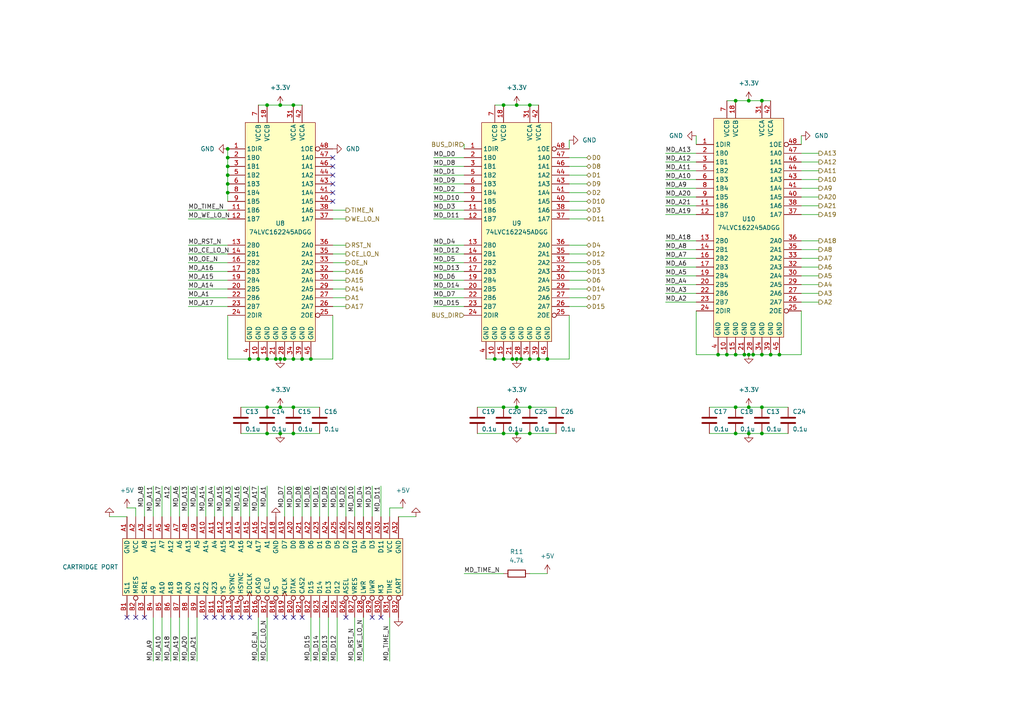
<source format=kicad_sch>
(kicad_sch (version 20211123) (generator eeschema)
  (paper "A4")
  (title_block (title "Open-ED") (date "2023-12-29") (rev "B") (company "(c)2023 Igor Golubovskiy"))
  (lib_symbols
    (symbol "74LVC162245ADGG_1"
      (property "Reference" "U" (at 0 1.27 0))
      (property "Value" "74LVC162245ADGG_1" (at 0 -31.75 0))
      (symbol "74LVC162245ADGG_1_0_1"
        (rectangle (start -10.16 0) (end 10.16 -63.5) (fill (type background)))
      )
      (symbol "74LVC162245ADGG_1_1_1"
        (pin input line (at -15.24 -7.62 0) (length 5) (name "1DIR") (number "1"))
        (pin power_in line (at -6.35 -68.58 90) (length 5) (name "GND") (number "10"))
        (pin bidirectional line (at -15.24 -25.4 0) (length 5) (name "1B6") (number "11"))
        (pin bidirectional line (at -15.24 -27.94 0) (length 5) (name "1B7") (number "12"))
        (pin bidirectional line (at -15.24 -35.56 0) (length 5) (name "2B0") (number "13"))
        (pin bidirectional line (at -15.24 -38.1 0) (length 5) (name "2B1") (number "14"))
        (pin power_in line (at -3.81 -68.58 90) (length 5) (name "GND") (number "15"))
        (pin bidirectional line (at -15.24 -40.64 0) (length 5) (name "2B2") (number "16"))
        (pin bidirectional line (at -15.24 -43.18 0) (length 5) (name "2B3") (number "17"))
        (pin power_in line (at -3.81 5.08 270) (length 5) (name "VCCB") (number "18"))
        (pin bidirectional line (at -15.24 -45.72 0) (length 5) (name "2B4") (number "19"))
        (pin bidirectional line (at -15.24 -10.16 0) (length 5) (name "1B0") (number "2"))
        (pin bidirectional line (at -15.24 -48.26 0) (length 5) (name "2B5") (number "20"))
        (pin power_in line (at -1.27 -68.58 90) (length 5) (name "GND") (number "21"))
        (pin bidirectional line (at -15.24 -50.8 0) (length 5) (name "2B6") (number "22"))
        (pin bidirectional line (at -15.24 -53.34 0) (length 5) (name "2B7") (number "23"))
        (pin input line (at -15.24 -55.88 0) (length 5) (name "2DIR") (number "24"))
        (pin input inverted (at 15.24 -55.88 180) (length 5) (name "2OE") (number "25"))
        (pin bidirectional line (at 15.24 -53.34 180) (length 5) (name "2A7") (number "26"))
        (pin bidirectional line (at 15.24 -50.8 180) (length 5) (name "2A6") (number "27"))
        (pin power_in line (at 1.27 -68.58 90) (length 5) (name "GND") (number "28"))
        (pin bidirectional line (at 15.24 -48.26 180) (length 5) (name "2A5") (number "29"))
        (pin bidirectional line (at -15.24 -12.7 0) (length 5) (name "1B1") (number "3"))
        (pin bidirectional line (at 15.24 -45.72 180) (length 5) (name "2A4") (number "30"))
        (pin power_in line (at 3.81 5.08 270) (length 5) (name "VCCA") (number "31"))
        (pin bidirectional line (at 15.24 -43.18 180) (length 5) (name "2A3") (number "32"))
        (pin bidirectional line (at 15.24 -40.64 180) (length 5) (name "2A2") (number "33"))
        (pin power_in line (at 3.81 -68.58 90) (length 5) (name "GND") (number "34"))
        (pin bidirectional line (at 15.24 -38.1 180) (length 5) (name "2A1") (number "35"))
        (pin bidirectional line (at 15.24 -35.56 180) (length 5) (name "2A0") (number "36"))
        (pin bidirectional line (at 15.24 -27.94 180) (length 5) (name "1A7") (number "37"))
        (pin bidirectional line (at 15.24 -25.4 180) (length 5) (name "1A6") (number "38"))
        (pin power_in line (at 6.35 -68.58 90) (length 5) (name "GND") (number "39"))
        (pin power_in line (at -8.89 -68.58 90) (length 5) (name "GND") (number "4"))
        (pin bidirectional line (at 15.24 -22.86 180) (length 5) (name "1A5") (number "40"))
        (pin bidirectional line (at 15.24 -20.32 180) (length 5) (name "1A4") (number "41"))
        (pin power_in line (at 6.35 5.08 270) (length 5) (name "VCCA") (number "42"))
        (pin bidirectional line (at 15.24 -17.78 180) (length 5) (name "1A3") (number "43"))
        (pin bidirectional line (at 15.24 -15.24 180) (length 5) (name "1A2") (number "44"))
        (pin power_in line (at 8.89 -68.58 90) (length 5) (name "GND") (number "45"))
        (pin bidirectional line (at 15.24 -12.7 180) (length 5) (name "1A1") (number "46"))
        (pin bidirectional line (at 15.24 -10.16 180) (length 5) (name "1A0") (number "47"))
        (pin input inverted (at 15.24 -7.62 180) (length 5) (name "1OE") (number "48"))
        (pin bidirectional line (at -15.24 -15.24 0) (length 5) (name "1B2") (number "5"))
        (pin bidirectional line (at -15.24 -17.78 0) (length 5) (name "1B3") (number "6"))
        (pin power_in line (at -6.35 5.08 270) (length 5) (name "VCCB") (number "7"))
        (pin bidirectional line (at -15.24 -20.32 0) (length 5) (name "1B4") (number "8"))
        (pin bidirectional line (at -15.24 -22.86 0) (length 5) (name "1B5") (number "9"))
      )
    )
    (symbol "74LVC162245ADGG_2"
      (property "Reference" "U" (at 0 1.27 0))
      (property "Value" "74LVC162245ADGG_2" (at 0 -31.75 0))
      (symbol "74LVC162245ADGG_2_0_1"
        (rectangle (start -10.16 0) (end 10.16 -63.5) (fill (type background)))
      )
      (symbol "74LVC162245ADGG_2_1_1"
        (pin input line (at -15.24 -7.62 0) (length 5) (name "1DIR") (number "1"))
        (pin power_in line (at -6.35 -68.58 90) (length 5) (name "GND") (number "10"))
        (pin bidirectional line (at -15.24 -25.4 0) (length 5) (name "1B6") (number "11"))
        (pin bidirectional line (at -15.24 -27.94 0) (length 5) (name "1B7") (number "12"))
        (pin bidirectional line (at -15.24 -35.56 0) (length 5) (name "2B0") (number "13"))
        (pin bidirectional line (at -15.24 -38.1 0) (length 5) (name "2B1") (number "14"))
        (pin power_in line (at -3.81 -68.58 90) (length 5) (name "GND") (number "15"))
        (pin bidirectional line (at -15.24 -40.64 0) (length 5) (name "2B2") (number "16"))
        (pin bidirectional line (at -15.24 -43.18 0) (length 5) (name "2B3") (number "17"))
        (pin power_in line (at -3.81 5.08 270) (length 5) (name "VCCB") (number "18"))
        (pin bidirectional line (at -15.24 -45.72 0) (length 5) (name "2B4") (number "19"))
        (pin bidirectional line (at -15.24 -10.16 0) (length 5) (name "1B0") (number "2"))
        (pin bidirectional line (at -15.24 -48.26 0) (length 5) (name "2B5") (number "20"))
        (pin power_in line (at -1.27 -68.58 90) (length 5) (name "GND") (number "21"))
        (pin bidirectional line (at -15.24 -50.8 0) (length 5) (name "2B6") (number "22"))
        (pin bidirectional line (at -15.24 -53.34 0) (length 5) (name "2B7") (number "23"))
        (pin input line (at -15.24 -55.88 0) (length 5) (name "2DIR") (number "24"))
        (pin input inverted (at 15.24 -55.88 180) (length 5) (name "2OE") (number "25"))
        (pin bidirectional line (at 15.24 -53.34 180) (length 5) (name "2A7") (number "26"))
        (pin bidirectional line (at 15.24 -50.8 180) (length 5) (name "2A6") (number "27"))
        (pin power_in line (at 1.27 -68.58 90) (length 5) (name "GND") (number "28"))
        (pin bidirectional line (at 15.24 -48.26 180) (length 5) (name "2A5") (number "29"))
        (pin bidirectional line (at -15.24 -12.7 0) (length 5) (name "1B1") (number "3"))
        (pin bidirectional line (at 15.24 -45.72 180) (length 5) (name "2A4") (number "30"))
        (pin power_in line (at 3.81 5.08 270) (length 5) (name "VCCA") (number "31"))
        (pin bidirectional line (at 15.24 -43.18 180) (length 5) (name "2A3") (number "32"))
        (pin bidirectional line (at 15.24 -40.64 180) (length 5) (name "2A2") (number "33"))
        (pin power_in line (at 3.81 -68.58 90) (length 5) (name "GND") (number "34"))
        (pin bidirectional line (at 15.24 -38.1 180) (length 5) (name "2A1") (number "35"))
        (pin bidirectional line (at 15.24 -35.56 180) (length 5) (name "2A0") (number "36"))
        (pin bidirectional line (at 15.24 -27.94 180) (length 5) (name "1A7") (number "37"))
        (pin bidirectional line (at 15.24 -25.4 180) (length 5) (name "1A6") (number "38"))
        (pin power_in line (at 6.35 -68.58 90) (length 5) (name "GND") (number "39"))
        (pin power_in line (at -8.89 -68.58 90) (length 5) (name "GND") (number "4"))
        (pin bidirectional line (at 15.24 -22.86 180) (length 5) (name "1A5") (number "40"))
        (pin bidirectional line (at 15.24 -20.32 180) (length 5) (name "1A4") (number "41"))
        (pin power_in line (at 6.35 5.08 270) (length 5) (name "VCCA") (number "42"))
        (pin bidirectional line (at 15.24 -17.78 180) (length 5) (name "1A3") (number "43"))
        (pin bidirectional line (at 15.24 -15.24 180) (length 5) (name "1A2") (number "44"))
        (pin power_in line (at 8.89 -68.58 90) (length 5) (name "GND") (number "45"))
        (pin bidirectional line (at 15.24 -12.7 180) (length 5) (name "1A1") (number "46"))
        (pin bidirectional line (at 15.24 -10.16 180) (length 5) (name "1A0") (number "47"))
        (pin input inverted (at 15.24 -7.62 180) (length 5) (name "1OE") (number "48"))
        (pin bidirectional line (at -15.24 -15.24 0) (length 5) (name "1B2") (number "5"))
        (pin bidirectional line (at -15.24 -17.78 0) (length 5) (name "1B3") (number "6"))
        (pin power_in line (at -6.35 5.08 270) (length 5) (name "VCCB") (number "7"))
        (pin bidirectional line (at -15.24 -20.32 0) (length 5) (name "1B4") (number "8"))
        (pin bidirectional line (at -15.24 -22.86 0) (length 5) (name "1B5") (number "9"))
      )
    )
    (symbol "Device:C" (pin_numbers hide) (pin_names (offset 0.254))
      (property "Reference" "C" (at 0.635 2.54 0))
      (property "Value" "C" (at 0.635 -2.54 0))
      (symbol "C_0_1"
        (polyline (pts (xy -2.032 -0.762) (xy 2.032 -0.762)) (stroke (width 0.508)))
        (polyline (pts (xy -2.032 0.762) (xy 2.032 0.762)) (stroke (width 0.508)))
      )
      (symbol "C_1_1"
        (pin passive line (at 0 3.81 270) (length 2.794) (name "~") (number "1"))
        (pin passive line (at 0 -3.81 90) (length 2.794) (name "~") (number "2"))
      )
    )
    (symbol "Device:R" (pin_numbers hide) (pin_names (offset 0))
      (property "Reference" "R" (at 2.032 0 90))
      (property "Value" "R" (at 0 0 90))
      (symbol "R_0_1"
        (rectangle (start -1.016 -2.54) (end 1.016 2.54) (stroke (width 0.254)))
      )
      (symbol "R_1_1"
        (pin passive line (at 0 3.81 270) (length 1.27) (name "~") (number "1"))
        (pin passive line (at 0 -3.81 90) (length 1.27) (name "~") (number "2"))
      )
    )
    (symbol "mylib:74LVC162245ADGG"
      (property "Reference" "U" (at 0 1.27 0))
      (property "Value" "74LVC162245ADGG" (at 0 -31.75 0))
      (symbol "74LVC162245ADGG_0_1"
        (rectangle (start -10.16 0) (end 10.16 -63.5) (fill (type background)))
      )
      (symbol "74LVC162245ADGG_1_1"
        (pin input line (at -15.24 -7.62 0) (length 5) (name "1DIR") (number "1"))
        (pin power_in line (at -6.35 -68.58 90) (length 5) (name "GND") (number "10"))
        (pin bidirectional line (at -15.24 -25.4 0) (length 5) (name "1B6") (number "11"))
        (pin bidirectional line (at -15.24 -27.94 0) (length 5) (name "1B7") (number "12"))
        (pin bidirectional line (at -15.24 -35.56 0) (length 5) (name "2B0") (number "13"))
        (pin bidirectional line (at -15.24 -38.1 0) (length 5) (name "2B1") (number "14"))
        (pin power_in line (at -3.81 -68.58 90) (length 5) (name "GND") (number "15"))
        (pin bidirectional line (at -15.24 -40.64 0) (length 5) (name "2B2") (number "16"))
        (pin bidirectional line (at -15.24 -43.18 0) (length 5) (name "2B3") (number "17"))
        (pin power_in line (at -3.81 5.08 270) (length 5) (name "VCCB") (number "18"))
        (pin bidirectional line (at -15.24 -45.72 0) (length 5) (name "2B4") (number "19"))
        (pin bidirectional line (at -15.24 -10.16 0) (length 5) (name "1B0") (number "2"))
        (pin bidirectional line (at -15.24 -48.26 0) (length 5) (name "2B5") (number "20"))
        (pin power_in line (at -1.27 -68.58 90) (length 5) (name "GND") (number "21"))
        (pin bidirectional line (at -15.24 -50.8 0) (length 5) (name "2B6") (number "22"))
        (pin bidirectional line (at -15.24 -53.34 0) (length 5) (name "2B7") (number "23"))
        (pin input line (at -15.24 -55.88 0) (length 5) (name "2DIR") (number "24"))
        (pin input inverted (at 15.24 -55.88 180) (length 5) (name "2OE") (number "25"))
        (pin bidirectional line (at 15.24 -53.34 180) (length 5) (name "2A7") (number "26"))
        (pin bidirectional line (at 15.24 -50.8 180) (length 5) (name "2A6") (number "27"))
        (pin power_in line (at 1.27 -68.58 90) (length 5) (name "GND") (number "28"))
        (pin bidirectional line (at 15.24 -48.26 180) (length 5) (name "2A5") (number "29"))
        (pin bidirectional line (at -15.24 -12.7 0) (length 5) (name "1B1") (number "3"))
        (pin bidirectional line (at 15.24 -45.72 180) (length 5) (name "2A4") (number "30"))
        (pin power_in line (at 3.81 5.08 270) (length 5) (name "VCCA") (number "31"))
        (pin bidirectional line (at 15.24 -43.18 180) (length 5) (name "2A3") (number "32"))
        (pin bidirectional line (at 15.24 -40.64 180) (length 5) (name "2A2") (number "33"))
        (pin power_in line (at 3.81 -68.58 90) (length 5) (name "GND") (number "34"))
        (pin bidirectional line (at 15.24 -38.1 180) (length 5) (name "2A1") (number "35"))
        (pin bidirectional line (at 15.24 -35.56 180) (length 5) (name "2A0") (number "36"))
        (pin bidirectional line (at 15.24 -27.94 180) (length 5) (name "1A7") (number "37"))
        (pin bidirectional line (at 15.24 -25.4 180) (length 5) (name "1A6") (number "38"))
        (pin power_in line (at 6.35 -68.58 90) (length 5) (name "GND") (number "39"))
        (pin power_in line (at -8.89 -68.58 90) (length 5) (name "GND") (number "4"))
        (pin bidirectional line (at 15.24 -22.86 180) (length 5) (name "1A5") (number "40"))
        (pin bidirectional line (at 15.24 -20.32 180) (length 5) (name "1A4") (number "41"))
        (pin power_in line (at 6.35 5.08 270) (length 5) (name "VCCA") (number "42"))
        (pin bidirectional line (at 15.24 -17.78 180) (length 5) (name "1A3") (number "43"))
        (pin bidirectional line (at 15.24 -15.24 180) (length 5) (name "1A2") (number "44"))
        (pin power_in line (at 8.89 -68.58 90) (length 5) (name "GND") (number "45"))
        (pin bidirectional line (at 15.24 -12.7 180) (length 5) (name "1A1") (number "46"))
        (pin bidirectional line (at 15.24 -10.16 180) (length 5) (name "1A0") (number "47"))
        (pin input inverted (at 15.24 -7.62 180) (length 5) (name "1OE") (number "48"))
        (pin bidirectional line (at -15.24 -15.24 0) (length 5) (name "1B2") (number "5"))
        (pin bidirectional line (at -15.24 -17.78 0) (length 5) (name "1B3") (number "6"))
        (pin power_in line (at -6.35 5.08 270) (length 5) (name "VCCB") (number "7"))
        (pin bidirectional line (at -15.24 -20.32 0) (length 5) (name "1B4") (number "8"))
        (pin bidirectional line (at -15.24 -22.86 0) (length 5) (name "1B5") (number "9"))
      )
    )
    (symbol "mylib:MD_BUS"
      (property "Reference" "J" (at -44.45 0 0))
      (property "Value" "MD_BUS" (at 0 1.27 0))
      (symbol "MD_BUS_0_1"
        (rectangle (start 40.64 8.89) (end -40.64 -7.62) (fill (type background)))
      )
      (symbol "MD_BUS_1_1"
        (pin power_out line (at -39.37 15.24 270) (length 6.25) (name "GND") (number "A1"))
        (pin output line (at -16.51 15.24 270) (length 6.25) (name "A14") (number "A10"))
        (pin output line (at -13.97 15.24 270) (length 6.25) (name "A4") (number "A11"))
        (pin output line (at -11.43 15.24 270) (length 6.25) (name "A15") (number "A12"))
        (pin output line (at -8.89 15.24 270) (length 6.25) (name "A3") (number "A13"))
        (pin output line (at -6.35 15.24 270) (length 6.25) (name "A16") (number "A14"))
        (pin output line (at -3.81 15.24 270) (length 6.25) (name "A2") (number "A15"))
        (pin output line (at -1.27 15.24 270) (length 6.25) (name "A17") (number "A16"))
        (pin output line (at 1.27 15.24 270) (length 6.25) (name "A1") (number "A17"))
        (pin power_out line (at 3.81 15.24 270) (length 6.25) (name "GND") (number "A18"))
        (pin bidirectional line (at 6.35 15.24 270) (length 6.25) (name "D7") (number "A19"))
        (pin power_out line (at -36.83 15.24 270) (length 6.25) (name "VCC") (number "A2"))
        (pin bidirectional line (at 8.89 15.24 270) (length 6.25) (name "D0") (number "A20"))
        (pin bidirectional line (at 11.43 15.24 270) (length 6.25) (name "D8") (number "A21"))
        (pin bidirectional line (at 13.97 15.24 270) (length 6.25) (name "D6") (number "A22"))
        (pin bidirectional line (at 16.51 15.24 270) (length 6.25) (name "D1") (number "A23"))
        (pin bidirectional line (at 19.05 15.24 270) (length 6.25) (name "D9") (number "A24"))
        (pin bidirectional line (at 21.59 15.24 270) (length 6.25) (name "D5") (number "A25"))
        (pin bidirectional line (at 24.13 15.24 270) (length 6.25) (name "D2") (number "A26"))
        (pin bidirectional line (at 26.67 15.24 270) (length 6.25) (name "D10") (number "A27"))
        (pin bidirectional line (at 29.21 15.24 270) (length 6.25) (name "D4") (number "A28"))
        (pin bidirectional line (at 31.75 15.24 270) (length 6.25) (name "D3") (number "A29"))
        (pin output line (at -34.29 15.24 270) (length 6.25) (name "A8") (number "A3"))
        (pin bidirectional line (at 34.29 15.24 270) (length 6.25) (name "D11") (number "A30"))
        (pin power_out line (at 36.83 15.24 270) (length 6.25) (name "VCC") (number "A31"))
        (pin power_out line (at 39.37 15.24 270) (length 6.25) (name "GND") (number "A32"))
        (pin output line (at -31.75 15.24 270) (length 6.25) (name "A11") (number "A4"))
        (pin output line (at -29.21 15.24 270) (length 6.25) (name "A7") (number "A5"))
        (pin output line (at -26.67 15.24 270) (length 6.25) (name "A12") (number "A6"))
        (pin output line (at -24.13 15.24 270) (length 6.25) (name "A6") (number "A7"))
        (pin output line (at -21.59 15.24 270) (length 6.25) (name "A13") (number "A8"))
        (pin output line (at -19.05 15.24 270) (length 6.25) (name "A5") (number "A9"))
        (pin input line (at -39.37 -13.97 90) (length 6.25) (name "SL1") (number "B1"))
        (pin output line (at -16.51 -13.97 90) (length 6.25) (name "A22") (number "B10"))
        (pin output line (at -13.97 -13.97 90) (length 6.25) (name "A23") (number "B11"))
        (pin output inverted (at -11.43 -13.97 90) (length 6.25) (name "YS") (number "B12"))
        (pin output inverted (at -8.89 -13.97 90) (length 6.25) (name "VSYNC") (number "B13"))
        (pin output inverted (at -6.35 -13.97 90) (length 6.25) (name "HSYNC") (number "B14"))
        (pin output clock (at -3.81 -13.97 90) (length 6.25) (name "EDCLK") (number "B15"))
        (pin output inverted (at -1.27 -13.97 90) (length 6.25) (name "CAS0") (number "B16"))
        (pin output inverted (at 1.27 -13.97 90) (length 6.25) (name "CE_0") (number "B17"))
        (pin output inverted (at 3.81 -13.97 90) (length 6.25) (name "AS") (number "B18"))
        (pin output clock (at 6.35 -13.97 90) (length 6.25) (name "VCLK") (number "B19"))
        (pin input inverted (at -36.83 -13.97 90) (length 6.25) (name "MRES") (number "B2"))
        (pin input inverted (at 8.89 -13.97 90) (length 6.25) (name "DTAK") (number "B20"))
        (pin output inverted (at 11.43 -13.97 90) (length 6.25) (name "CAS2") (number "B21"))
        (pin bidirectional line (at 13.97 -13.97 90) (length 6.25) (name "D15") (number "B22"))
        (pin bidirectional line (at 16.51 -13.97 90) (length 6.25) (name "D14") (number "B23"))
        (pin bidirectional line (at 19.05 -13.97 90) (length 6.25) (name "D13") (number "B24"))
        (pin bidirectional line (at 21.59 -13.97 90) (length 6.25) (name "D12") (number "B25"))
        (pin output inverted (at 24.13 -13.97 90) (length 6.25) (name "ASEL") (number "B26"))
        (pin bidirectional inverted (at 26.67 -13.97 90) (length 6.25) (name "VRES") (number "B27"))
        (pin output inverted (at 29.21 -13.97 90) (length 6.25) (name "LWR") (number "B28"))
        (pin output inverted (at 31.75 -13.97 90) (length 6.25) (name "UWR") (number "B29"))
        (pin input line (at -34.29 -13.97 90) (length 6.25) (name "SR1") (number "B3"))
        (pin input inverted (at 34.29 -13.97 90) (length 6.25) (name "M3") (number "B30"))
        (pin output inverted (at 36.83 -13.97 90) (length 6.25) (name "TIME") (number "B31"))
        (pin input inverted (at 39.37 -13.97 90) (length 6.25) (name "CART") (number "B32"))
        (pin output line (at -31.75 -13.97 90) (length 6.25) (name "A9") (number "B4"))
        (pin output line (at -29.21 -13.97 90) (length 6.25) (name "A10") (number "B5"))
        (pin output line (at -26.67 -13.97 90) (length 6.25) (name "A18") (number "B6"))
        (pin output line (at -24.13 -13.97 90) (length 6.25) (name "A19") (number "B7"))
        (pin output line (at -21.59 -13.97 90) (length 6.25) (name "A20") (number "B8"))
        (pin output line (at -19.05 -13.97 90) (length 6.25) (name "A21") (number "B9"))
      )
    )
    (symbol "power:+3.3V" (power) (pin_names (offset 0))
      (property "Value" "+3.3V" (at 0 3.556 0))
      (symbol "+3.3V_0_1"
        (polyline (pts (xy -0.762 1.27) (xy 0 2.54)))
        (polyline (pts (xy 0 0) (xy 0 2.54)))
        (polyline (pts (xy 0 2.54) (xy 0.762 1.27)))
      )
      (symbol "+3.3V_1_1"
        (pin power_in line (at 0 0 90) (length 0) hide (name "+3.3V") (number "1"))
      )
    )
    (symbol "power:+5V" (power) (pin_names (offset 0))
      (property "Value" "+5V" (at 0 3.556 0))
      (symbol "+5V_0_1"
        (polyline (pts (xy -0.762 1.27) (xy 0 2.54)))
        (polyline (pts (xy 0 0) (xy 0 2.54)))
        (polyline (pts (xy 0 2.54) (xy 0.762 1.27)))
      )
      (symbol "+5V_1_1"
        (pin power_in line (at 0 0 90) (length 0) hide (name "+5V") (number "1"))
      )
    )
    (symbol "power:GND" (power) (pin_names (offset 0))
      (property "Value" "GND" (at 0 -3.81 0))
      (symbol "GND_0_1"
        (polyline (pts (xy 0 0) (xy 0 -1.27) (xy 1.27 -1.27) (xy 0 -2.54) (xy -1.27 -1.27) (xy 0 -1.27)))
      )
      (symbol "GND_1_1"
        (pin power_in line (at 0 0 270) (length 0) hide (name "GND") (number "1"))
      )
    )
  )
  (junction (at 77.47 125.73))
  (junction (at 213.36 29.21))
  (junction (at 213.36 125.73))
  (junction (at 153.67 125.73))
  (junction (at 215.9 102.87))
  (junction (at 156.21 104.14))
  (junction (at 81.28 30.48))
  (junction (at 146.05 118.11))
  (junction (at 149.86 118.11))
  (junction (at 217.17 29.21))
  (junction (at 218.44 102.87))
  (junction (at 210.82 102.87))
  (junction (at 217.17 118.11))
  (junction (at 77.47 118.11))
  (junction (at 66.04 50.8))
  (junction (at 80.01 104.14))
  (junction (at 82.55 104.14))
  (junction (at 153.67 104.14))
  (junction (at 77.47 30.48))
  (junction (at 66.04 53.34))
  (junction (at 81.28 118.11))
  (junction (at 153.67 118.11))
  (junction (at 85.09 30.48))
  (junction (at 220.98 125.73))
  (junction (at 220.98 118.11))
  (junction (at 149.86 30.48))
  (junction (at 146.05 125.73))
  (junction (at 217.17 102.87))
  (junction (at 213.36 118.11))
  (junction (at 74.93 104.14))
  (junction (at 158.75 104.14))
  (junction (at 66.04 48.26))
  (junction (at 143.51 104.14))
  (junction (at 81.28 125.73))
  (junction (at 77.47 104.14))
  (junction (at 217.17 125.73))
  (junction (at 87.63 104.14))
  (junction (at 90.17 104.14))
  (junction (at 151.13 104.14))
  (junction (at 146.05 104.14))
  (junction (at 220.98 29.21))
  (junction (at 213.36 102.87))
  (junction (at 149.86 104.14))
  (junction (at 220.98 102.87))
  (junction (at 66.04 45.72))
  (junction (at 223.52 102.87))
  (junction (at 66.04 43.18))
  (junction (at 85.09 118.11))
  (junction (at 149.86 125.73))
  (junction (at 148.59 104.14))
  (junction (at 153.67 30.48))
  (junction (at 85.09 104.14))
  (junction (at 85.09 125.73))
  (junction (at 81.28 104.14))
  (junction (at 208.28 102.87))
  (junction (at 66.04 55.88))
  (junction (at 226.06 102.87))
  (junction (at 146.05 30.48))
  (junction (at 72.39 104.14))
  (no_connect (at 62.23 179.07))
  (no_connect (at 107.95 179.07))
  (no_connect (at 72.39 179.07))
  (no_connect (at 96.52 55.88))
  (no_connect (at 59.69 179.07))
  (no_connect (at 85.09 179.07))
  (no_connect (at 64.77 179.07))
  (no_connect (at 41.91 179.07))
  (no_connect (at 80.01 179.07))
  (no_connect (at 39.37 179.07))
  (no_connect (at 96.52 53.34))
  (no_connect (at 100.33 179.07))
  (no_connect (at 87.63 179.07))
  (no_connect (at 67.31 179.07))
  (no_connect (at 96.52 48.26))
  (no_connect (at 82.55 179.07))
  (no_connect (at 110.49 179.07))
  (no_connect (at 96.52 58.42))
  (no_connect (at 69.85 179.07))
  (no_connect (at 96.52 45.72))
  (no_connect (at 36.83 179.07))
  (no_connect (at 96.52 50.8))
  (wire (pts (xy 46.99 149.86) (xy 46.99 140.97)))
  (wire (pts (xy 165.1 76.2) (xy 170.18 76.2)))
  (wire (pts (xy 208.28 102.87) (xy 210.82 102.87)))
  (wire (pts (xy 85.09 149.86) (xy 85.09 140.97)))
  (wire (pts (xy 138.43 125.73) (xy 146.05 125.73)))
  (wire (pts (xy 57.15 191.77) (xy 57.15 179.07)))
  (wire (pts (xy 77.47 191.77) (xy 77.47 179.07)))
  (wire (pts (xy 77.47 104.14) (xy 80.01 104.14)))
  (wire (pts (xy 153.67 30.48) (xy 156.21 30.48)))
  (wire (pts (xy 80.01 104.14) (xy 81.28 104.14)))
  (wire (pts (xy 193.04 80.01) (xy 201.93 80.01)))
  (wire (pts (xy 54.61 71.12) (xy 66.04 71.12)))
  (wire (pts (xy 165.1 58.42) (xy 170.18 58.42)))
  (wire (pts (xy 54.61 191.77) (xy 54.61 179.07)))
  (wire (pts (xy 148.59 104.14) (xy 149.86 104.14)))
  (wire (pts (xy 143.51 104.14) (xy 146.05 104.14)))
  (wire (pts (xy 113.03 191.77) (xy 113.03 179.07)))
  (wire (pts (xy 125.73 50.8) (xy 134.62 50.8)))
  (wire (pts (xy 66.04 104.14) (xy 72.39 104.14)))
  (wire (pts (xy 85.09 104.14) (xy 87.63 104.14)))
  (wire (pts (xy 165.1 73.66) (xy 170.18 73.66)))
  (wire (pts (xy 140.97 104.14) (xy 143.51 104.14)))
  (wire (pts (xy 232.41 69.85) (xy 237.49 69.85)))
  (wire (pts (xy 85.09 125.73) (xy 92.71 125.73)))
  (wire (pts (xy 213.36 29.21) (xy 217.17 29.21)))
  (wire (pts (xy 96.52 88.9) (xy 100.33 88.9)))
  (wire (pts (xy 87.63 104.14) (xy 90.17 104.14)))
  (wire (pts (xy 54.61 73.66) (xy 66.04 73.66)))
  (wire (pts (xy 125.73 53.34) (xy 134.62 53.34)))
  (wire (pts (xy 165.1 40.64) (xy 165.1 43.18)))
  (wire (pts (xy 232.41 46.99) (xy 237.49 46.99)))
  (wire (pts (xy 149.86 104.14) (xy 151.13 104.14)))
  (wire (pts (xy 193.04 69.85) (xy 201.93 69.85)))
  (wire (pts (xy 62.23 149.86) (xy 62.23 140.97)))
  (wire (pts (xy 100.33 149.86) (xy 100.33 140.97)))
  (wire (pts (xy 165.1 78.74) (xy 170.18 78.74)))
  (wire (pts (xy 165.1 71.12) (xy 170.18 71.12)))
  (wire (pts (xy 85.09 30.48) (xy 87.63 30.48)))
  (wire (pts (xy 217.17 125.73) (xy 220.98 125.73)))
  (wire (pts (xy 125.73 60.96) (xy 134.62 60.96)))
  (wire (pts (xy 49.53 149.86) (xy 49.53 140.97)))
  (wire (pts (xy 134.62 41.91) (xy 134.62 43.18)))
  (wire (pts (xy 220.98 118.11) (xy 228.6 118.11)))
  (wire (pts (xy 149.86 118.11) (xy 153.67 118.11)))
  (wire (pts (xy 66.04 48.26) (xy 66.04 50.8)))
  (wire (pts (xy 165.1 81.28) (xy 170.18 81.28)))
  (wire (pts (xy 39.37 147.32) (xy 36.83 147.32)))
  (wire (pts (xy 125.73 55.88) (xy 134.62 55.88)))
  (wire (pts (xy 72.39 104.14) (xy 74.93 104.14)))
  (wire (pts (xy 90.17 191.77) (xy 90.17 179.07)))
  (wire (pts (xy 46.99 191.77) (xy 46.99 179.07)))
  (wire (pts (xy 74.93 30.48) (xy 77.47 30.48)))
  (wire (pts (xy 232.41 85.09) (xy 237.49 85.09)))
  (wire (pts (xy 125.73 48.26) (xy 134.62 48.26)))
  (wire (pts (xy 96.52 71.12) (xy 100.33 71.12)))
  (wire (pts (xy 96.52 86.36) (xy 100.33 86.36)))
  (wire (pts (xy 49.53 191.77) (xy 49.53 179.07)))
  (wire (pts (xy 52.07 149.86) (xy 52.07 140.97)))
  (wire (pts (xy 232.41 82.55) (xy 237.49 82.55)))
  (wire (pts (xy 125.73 71.12) (xy 134.62 71.12)))
  (wire (pts (xy 218.44 102.87) (xy 220.98 102.87)))
  (wire (pts (xy 125.73 63.5) (xy 134.62 63.5)))
  (wire (pts (xy 146.05 125.73) (xy 149.86 125.73)))
  (wire (pts (xy 90.17 149.86) (xy 90.17 140.97)))
  (wire (pts (xy 210.82 102.87) (xy 213.36 102.87)))
  (wire (pts (xy 193.04 44.45) (xy 201.93 44.45)))
  (wire (pts (xy 96.52 63.5) (xy 100.33 63.5)))
  (wire (pts (xy 165.1 83.82) (xy 170.18 83.82)))
  (wire (pts (xy 85.09 118.11) (xy 92.71 118.11)))
  (wire (pts (xy 156.21 104.14) (xy 158.75 104.14)))
  (wire (pts (xy 232.41 90.17) (xy 232.41 102.87)))
  (wire (pts (xy 39.37 149.86) (xy 39.37 147.32)))
  (wire (pts (xy 232.41 77.47) (xy 237.49 77.47)))
  (wire (pts (xy 74.93 104.14) (xy 77.47 104.14)))
  (wire (pts (xy 193.04 46.99) (xy 201.93 46.99)))
  (wire (pts (xy 165.1 45.72) (xy 170.18 45.72)))
  (wire (pts (xy 213.36 125.73) (xy 217.17 125.73)))
  (wire (pts (xy 210.82 29.21) (xy 213.36 29.21)))
  (wire (pts (xy 232.41 54.61) (xy 237.49 54.61)))
  (wire (pts (xy 193.04 85.09) (xy 201.93 85.09)))
  (wire (pts (xy 205.74 118.11) (xy 213.36 118.11)))
  (wire (pts (xy 102.87 149.86) (xy 102.87 140.97)))
  (wire (pts (xy 193.04 62.23) (xy 201.93 62.23)))
  (wire (pts (xy 193.04 77.47) (xy 201.93 77.47)))
  (wire (pts (xy 165.1 86.36) (xy 170.18 86.36)))
  (wire (pts (xy 54.61 63.5) (xy 66.04 63.5)))
  (wire (pts (xy 96.52 83.82) (xy 100.33 83.82)))
  (wire (pts (xy 153.67 118.11) (xy 161.29 118.11)))
  (wire (pts (xy 165.1 91.44) (xy 165.1 104.14)))
  (wire (pts (xy 125.73 78.74) (xy 134.62 78.74)))
  (wire (pts (xy 31.75 149.86) (xy 36.83 149.86)))
  (wire (pts (xy 120.65 149.86) (xy 115.57 149.86)))
  (wire (pts (xy 105.41 149.86) (xy 105.41 140.97)))
  (wire (pts (xy 138.43 118.11) (xy 146.05 118.11)))
  (wire (pts (xy 69.85 118.11) (xy 77.47 118.11)))
  (wire (pts (xy 146.05 118.11) (xy 149.86 118.11)))
  (wire (pts (xy 193.04 74.93) (xy 201.93 74.93)))
  (wire (pts (xy 66.04 50.8) (xy 66.04 53.34)))
  (wire (pts (xy 77.47 30.48) (xy 81.28 30.48)))
  (wire (pts (xy 54.61 78.74) (xy 66.04 78.74)))
  (wire (pts (xy 165.1 63.5) (xy 170.18 63.5)))
  (wire (pts (xy 149.86 125.73) (xy 153.67 125.73)))
  (wire (pts (xy 54.61 149.86) (xy 54.61 140.97)))
  (wire (pts (xy 66.04 91.44) (xy 66.04 104.14)))
  (wire (pts (xy 232.41 72.39) (xy 237.49 72.39)))
  (wire (pts (xy 232.41 49.53) (xy 237.49 49.53)))
  (wire (pts (xy 72.39 149.86) (xy 72.39 140.97)))
  (wire (pts (xy 215.9 102.87) (xy 217.17 102.87)))
  (wire (pts (xy 125.73 58.42) (xy 134.62 58.42)))
  (wire (pts (xy 87.63 149.86) (xy 87.63 140.97)))
  (wire (pts (xy 217.17 118.11) (xy 220.98 118.11)))
  (wire (pts (xy 201.93 102.87) (xy 208.28 102.87)))
  (wire (pts (xy 77.47 118.11) (xy 81.28 118.11)))
  (wire (pts (xy 193.04 87.63) (xy 201.93 87.63)))
  (wire (pts (xy 125.73 86.36) (xy 134.62 86.36)))
  (wire (pts (xy 74.93 191.77) (xy 74.93 179.07)))
  (wire (pts (xy 220.98 125.73) (xy 228.6 125.73)))
  (wire (pts (xy 96.52 78.74) (xy 100.33 78.74)))
  (wire (pts (xy 232.41 39.37) (xy 232.41 41.91)))
  (wire (pts (xy 232.41 62.23) (xy 237.49 62.23)))
  (wire (pts (xy 66.04 53.34) (xy 66.04 55.88)))
  (wire (pts (xy 81.28 118.11) (xy 85.09 118.11)))
  (wire (pts (xy 213.36 118.11) (xy 217.17 118.11)))
  (wire (pts (xy 81.28 30.48) (xy 85.09 30.48)))
  (wire (pts (xy 125.73 73.66) (xy 134.62 73.66)))
  (wire (pts (xy 149.86 30.48) (xy 153.67 30.48)))
  (wire (pts (xy 220.98 29.21) (xy 223.52 29.21)))
  (wire (pts (xy 193.04 72.39) (xy 201.93 72.39)))
  (wire (pts (xy 146.05 30.48) (xy 149.86 30.48)))
  (wire (pts (xy 232.41 102.87) (xy 226.06 102.87)))
  (wire (pts (xy 54.61 76.2) (xy 66.04 76.2)))
  (wire (pts (xy 110.49 149.86) (xy 110.49 140.97)))
  (wire (pts (xy 81.28 125.73) (xy 85.09 125.73)))
  (wire (pts (xy 54.61 86.36) (xy 66.04 86.36)))
  (wire (pts (xy 113.03 147.32) (xy 116.84 147.32)))
  (wire (pts (xy 96.52 91.44) (xy 96.52 104.14)))
  (wire (pts (xy 125.73 45.72) (xy 134.62 45.72)))
  (wire (pts (xy 232.41 44.45) (xy 237.49 44.45)))
  (wire (pts (xy 165.1 60.96) (xy 170.18 60.96)))
  (wire (pts (xy 125.73 81.28) (xy 134.62 81.28)))
  (wire (pts (xy 146.05 166.37) (xy 134.62 166.37)))
  (wire (pts (xy 125.73 76.2) (xy 134.62 76.2)))
  (wire (pts (xy 96.52 76.2) (xy 100.33 76.2)))
  (wire (pts (xy 201.93 90.17) (xy 201.93 102.87)))
  (wire (pts (xy 105.41 191.77) (xy 105.41 179.07)))
  (wire (pts (xy 220.98 102.87) (xy 223.52 102.87)))
  (wire (pts (xy 193.04 52.07) (xy 201.93 52.07)))
  (wire (pts (xy 205.74 125.73) (xy 213.36 125.73)))
  (wire (pts (xy 54.61 88.9) (xy 66.04 88.9)))
  (wire (pts (xy 90.17 104.14) (xy 96.52 104.14)))
  (wire (pts (xy 96.52 81.28) (xy 100.33 81.28)))
  (wire (pts (xy 193.04 54.61) (xy 201.93 54.61)))
  (wire (pts (xy 165.1 53.34) (xy 170.18 53.34)))
  (wire (pts (xy 77.47 125.73) (xy 81.28 125.73)))
  (wire (pts (xy 146.05 104.14) (xy 148.59 104.14)))
  (wire (pts (xy 66.04 45.72) (xy 66.04 48.26)))
  (wire (pts (xy 232.41 59.69) (xy 237.49 59.69)))
  (wire (pts (xy 97.79 191.77) (xy 97.79 179.07)))
  (wire (pts (xy 52.07 191.77) (xy 52.07 179.07)))
  (wire (pts (xy 193.04 59.69) (xy 201.93 59.69)))
  (wire (pts (xy 165.1 48.26) (xy 170.18 48.26)))
  (wire (pts (xy 165.1 88.9) (xy 170.18 88.9)))
  (wire (pts (xy 97.79 149.86) (xy 97.79 140.97)))
  (wire (pts (xy 193.04 82.55) (xy 201.93 82.55)))
  (wire (pts (xy 232.41 80.01) (xy 237.49 80.01)))
  (wire (pts (xy 107.95 149.86) (xy 107.95 140.97)))
  (wire (pts (xy 217.17 102.87) (xy 218.44 102.87)))
  (wire (pts (xy 96.52 60.96) (xy 100.33 60.96)))
  (wire (pts (xy 151.13 104.14) (xy 153.67 104.14)))
  (wire (pts (xy 82.55 149.86) (xy 82.55 140.97)))
  (wire (pts (xy 125.73 88.9) (xy 134.62 88.9)))
  (wire (pts (xy 92.71 191.77) (xy 92.71 179.07)))
  (wire (pts (xy 77.47 149.86) (xy 77.47 140.97)))
  (wire (pts (xy 165.1 104.14) (xy 158.75 104.14)))
  (wire (pts (xy 95.25 149.86) (xy 95.25 140.97)))
  (wire (pts (xy 54.61 81.28) (xy 66.04 81.28)))
  (wire (pts (xy 81.28 104.14) (xy 82.55 104.14)))
  (wire (pts (xy 54.61 60.96) (xy 66.04 60.96)))
  (wire (pts (xy 66.04 43.18) (xy 66.04 45.72)))
  (wire (pts (xy 82.55 104.14) (xy 85.09 104.14)))
  (wire (pts (xy 193.04 49.53) (xy 201.93 49.53)))
  (wire (pts (xy 193.04 57.15) (xy 201.93 57.15)))
  (wire (pts (xy 44.45 149.86) (xy 44.45 140.97)))
  (wire (pts (xy 232.41 52.07) (xy 237.49 52.07)))
  (wire (pts (xy 57.15 149.86) (xy 57.15 140.97)))
  (wire (pts (xy 59.69 149.86) (xy 59.69 140.97)))
  (wire (pts (xy 92.71 149.86) (xy 92.71 140.97)))
  (wire (pts (xy 44.45 191.77) (xy 44.45 179.07)))
  (wire (pts (xy 232.41 57.15) (xy 237.49 57.15)))
  (wire (pts (xy 165.1 55.88) (xy 170.18 55.88)))
  (wire (pts (xy 113.03 147.32) (xy 113.03 149.86)))
  (wire (pts (xy 74.93 149.86) (xy 74.93 140.97)))
  (wire (pts (xy 153.67 166.37) (xy 158.75 166.37)))
  (wire (pts (xy 67.31 149.86) (xy 67.31 140.97)))
  (wire (pts (xy 64.77 149.86) (xy 64.77 140.97)))
  (wire (pts (xy 232.41 87.63) (xy 237.49 87.63)))
  (wire (pts (xy 95.25 191.77) (xy 95.25 179.07)))
  (wire (pts (xy 69.85 125.73) (xy 77.47 125.73)))
  (wire (pts (xy 213.36 102.87) (xy 215.9 102.87)))
  (wire (pts (xy 217.17 29.21) (xy 220.98 29.21)))
  (wire (pts (xy 41.91 149.86) (xy 41.91 140.97)))
  (wire (pts (xy 54.61 83.82) (xy 66.04 83.82)))
  (wire (pts (xy 69.85 149.86) (xy 69.85 140.97)))
  (wire (pts (xy 96.52 73.66) (xy 100.33 73.66)))
  (wire (pts (xy 102.87 191.77) (xy 102.87 179.07)))
  (wire (pts (xy 125.73 83.82) (xy 134.62 83.82)))
  (wire (pts (xy 153.67 104.14) (xy 156.21 104.14)))
  (wire (pts (xy 232.41 74.93) (xy 237.49 74.93)))
  (wire (pts (xy 66.04 55.88) (xy 66.04 58.42)))
  (wire (pts (xy 223.52 102.87) (xy 226.06 102.87)))
  (wire (pts (xy 201.93 39.37) (xy 201.93 41.91)))
  (wire (pts (xy 165.1 50.8) (xy 170.18 50.8)))
  (wire (pts (xy 153.67 125.73) (xy 161.29 125.73)))
  (wire (pts (xy 143.51 30.48) (xy 146.05 30.48)))
  (label "MD_A15" (at 64.77 140.97 270))
  (label "MD_OE_N" (at 74.93 191.77 90))
  (label "MD_A2" (at 193.04 87.63 0))
  (label "MD_CE_LO_N" (at 77.47 191.77 90))
  (label "MD_A19" (at 52.07 191.77 90))
  (label "MD_D10" (at 125.73 58.42 0))
  (label "MD_D7" (at 125.73 86.36 0))
  (label "MD_A3" (at 67.31 140.97 270))
  (label "MD_D3" (at 125.73 60.96 0))
  (label "MD_A3" (at 193.04 85.09 0))
  (label "MD_TIME_N" (at 54.61 60.96 0))
  (label "MD_D12" (at 97.79 191.77 90))
  (label "MD_D14" (at 92.71 191.77 90))
  (label "MD_WE_LO_N" (at 105.41 191.77 90))
  (label "MD_D7" (at 82.55 140.97 270))
  (label "MD_D8" (at 125.73 48.26 0))
  (label "MD_A11" (at 193.04 49.53 0))
  (label "MD_A9" (at 193.04 54.61 0))
  (label "MD_D14" (at 125.73 83.82 0))
  (label "MD_WE_LO_N" (at 54.61 63.5 0))
  (label "MD_D8" (at 87.63 140.97 270))
  (label "MD_D6" (at 125.73 81.28 0))
  (label "MD_TIME_N" (at 113.03 191.77 90))
  (label "MD_D10" (at 102.87 140.97 270))
  (label "MD_D2" (at 100.33 140.97 270))
  (label "MD_A9" (at 44.45 191.77 90))
  (label "MD_D11" (at 125.73 63.5 0))
  (label "MD_A17" (at 54.61 88.9 0))
  (label "MD_D9" (at 125.73 53.34 0))
  (label "MD_A15" (at 54.61 81.28 0))
  (label "MD_A14" (at 59.69 140.97 270))
  (label "MD_CE_LO_N" (at 54.61 73.66 0))
  (label "MD_A21" (at 57.15 191.77 90))
  (label "MD_A1" (at 54.61 86.36 0))
  (label "MD_D9" (at 95.25 140.97 270))
  (label "MD_A5" (at 193.04 80.01 0))
  (label "MD_D2" (at 125.73 55.88 0))
  (label "MD_A12" (at 193.04 46.99 0))
  (label "MD_A7" (at 46.99 140.97 270))
  (label "MD_A20" (at 193.04 57.15 0))
  (label "MD_A16" (at 54.61 78.74 0))
  (label "MD_A14" (at 54.61 83.82 0))
  (label "MD_A10" (at 193.04 52.07 0))
  (label "MD_D5" (at 97.79 140.97 270))
  (label "MD_A19" (at 193.04 62.23 0))
  (label "MD_D5" (at 125.73 76.2 0))
  (label "MD_D4" (at 105.41 140.97 270))
  (label "MD_A21" (at 193.04 59.69 0))
  (label "MD_OE_N" (at 54.61 76.2 0))
  (label "MD_A7" (at 193.04 74.93 0))
  (label "MD_D0" (at 125.73 45.72 0))
  (label "MD_D6" (at 90.17 140.97 270))
  (label "MD_A8" (at 41.91 140.97 270))
  (label "MD_A11" (at 44.45 140.97 270))
  (label "MD_RST_N" (at 54.61 71.12 0))
  (label "MD_A13" (at 54.61 140.97 270))
  (label "MD_A4" (at 62.23 140.97 270))
  (label "MD_A1" (at 77.47 140.97 270))
  (label "MD_A6" (at 193.04 77.47 0))
  (label "MD_RST_N" (at 102.87 191.77 90))
  (label "MD_A13" (at 193.04 44.45 0))
  (label "MD_A18" (at 193.04 69.85 0))
  (label "MD_D0" (at 85.09 140.97 270))
  (label "MD_A4" (at 193.04 82.55 0))
  (label "MD_A5" (at 57.15 140.97 270))
  (label "MD_A8" (at 193.04 72.39 0))
  (label "MD_A6" (at 52.07 140.97 270))
  (label "MD_D15" (at 125.73 88.9 0))
  (label "MD_D4" (at 125.73 71.12 0))
  (label "A12" (at 49.53 140.97 270))
  (label "MD_A2" (at 72.39 140.97 270))
  (label "MD_D3" (at 107.95 140.97 270))
  (label "MD_D15" (at 90.17 191.77 90))
  (label "MD_D12" (at 125.73 73.66 0))
  (label "MD_D11" (at 110.49 140.97 270))
  (label "MD_A18" (at 49.53 191.77 90))
  (label "MD_A20" (at 54.61 191.77 90))
  (label "MD_D1" (at 125.73 50.8 0))
  (label "MD_D1" (at 92.71 140.97 270))
  (label "MD_D13" (at 125.73 78.74 0))
  (label "MD_A17" (at 74.93 140.97 270))
  (label "MD_A16" (at 69.85 140.97 270))
  (label "MD_D13" (at 95.25 191.77 90))
  (label "MD_TIME_N" (at 134.62 166.37 0))
  (label "MD_A10" (at 46.99 191.77 90))
  (hierarchical_label "D5" (shape bidirectional) (at 170.18 76.2 0))
  (hierarchical_label "A16" (shape output) (at 100.33 78.74 0))
  (hierarchical_label "D14" (shape bidirectional) (at 170.18 83.82 0))
  (hierarchical_label "D0" (shape bidirectional) (at 170.18 45.72 0))
  (hierarchical_label "D12" (shape bidirectional) (at 170.18 73.66 0))
  (hierarchical_label "A20" (shape output) (at 237.49 57.15 0))
  (hierarchical_label "WE_LO_N" (shape output) (at 100.33 63.5 0))
  (hierarchical_label "RST_N" (shape output) (at 100.33 71.12 0))
  (hierarchical_label "A13" (shape output) (at 237.49 44.45 0))
  (hierarchical_label "A17" (shape output) (at 100.33 88.9 0))
  (hierarchical_label "D3" (shape bidirectional) (at 170.18 60.96 0))
  (hierarchical_label "D6" (shape bidirectional) (at 170.18 81.28 0))
  (hierarchical_label "D7" (shape bidirectional) (at 170.18 86.36 0))
  (hierarchical_label "D4" (shape bidirectional) (at 170.18 71.12 0))
  (hierarchical_label "A7" (shape output) (at 237.49 74.93 0))
  (hierarchical_label "A4" (shape output) (at 237.49 82.55 0))
  (hierarchical_label "A6" (shape output) (at 237.49 77.47 0))
  (hierarchical_label "A18" (shape output) (at 237.49 69.85 0))
  (hierarchical_label "TIME_N" (shape output) (at 100.33 60.96 0))
  (hierarchical_label "D10" (shape bidirectional) (at 170.18 58.42 0))
  (hierarchical_label "D1" (shape bidirectional) (at 170.18 50.8 0))
  (hierarchical_label "A12" (shape output) (at 237.49 46.99 0))
  (hierarchical_label "A21" (shape output) (at 237.49 59.69 0))
  (hierarchical_label "A5" (shape output) (at 237.49 80.01 0))
  (hierarchical_label "OE_N" (shape output) (at 100.33 76.2 0))
  (hierarchical_label "A1" (shape output) (at 100.33 86.36 0))
  (hierarchical_label "D15" (shape bidirectional) (at 170.18 88.9 0))
  (hierarchical_label "A2" (shape output) (at 237.49 87.63 0))
  (hierarchical_label "A14" (shape output) (at 100.33 83.82 0))
  (hierarchical_label "D8" (shape bidirectional) (at 170.18 48.26 0))
  (hierarchical_label "A9" (shape output) (at 237.49 54.61 0))
  (hierarchical_label "A11" (shape output) (at 237.49 49.53 0))
  (hierarchical_label "A3" (shape output) (at 237.49 85.09 0))
  (hierarchical_label "D9" (shape bidirectional) (at 170.18 53.34 0))
  (hierarchical_label "A19" (shape output) (at 237.49 62.23 0))
  (hierarchical_label "A15" (shape output) (at 100.33 81.28 0))
  (hierarchical_label "D13" (shape bidirectional) (at 170.18 78.74 0))
  (hierarchical_label "BUS_DIR" (shape input) (at 134.62 91.44 180))
  (hierarchical_label "CE_LO_N" (shape output) (at 100.33 73.66 0))
  (hierarchical_label "A10" (shape output) (at 237.49 52.07 0))
  (hierarchical_label "BUS_DIR" (shape input) (at 134.62 41.91 180))
  (hierarchical_label "D11" (shape bidirectional) (at 170.18 63.5 0))
  (hierarchical_label "A8" (shape output) (at 237.49 72.39 0))
  (hierarchical_label "D2" (shape bidirectional) (at 170.18 55.88 0))
  (symbol (lib_id "power:GND") (at 149.86 104.14 0) (unit 1)
    (property "Reference" "#PWR?" (effects hide))
    (property "Value" "GND" (effects hide))
  )
  (symbol (lib_id "power:GND") (at 201.93 39.37 270) (unit 1)
    (property "Reference" "#PWR?" (effects hide))
    (property "Value" "GND" (at 198.12 39.3699 90) (effects (justify right)))
  )
  (symbol (lib_id "Device:R") (at 149.86 166.37 90) (unit 1)
    (property "Reference" "R11" (at 149.86 160.02 90))
    (property "Value" "4.7k" (at 149.86 162.56 90))
  )
  (symbol (lib_id "power:GND") (at 81.28 125.73 0) (unit 1)
    (property "Reference" "#PWR?" (effects hide))
    (property "Value" "GND" (effects hide))
  )
  (symbol (lib_id "power:+3.3V") (at 149.86 118.11 0) (unit 1)
    (property "Reference" "#PWR?" (effects hide))
    (property "Value" "+3.3V" (at 149.86 113.03 0))
  )
  (symbol (lib_id "Device:C") (at 213.36 121.92 0) (unit 1)
    (property "Reference" "C18" (at 214.63 119.38 0) (effects (justify left)))
    (property "Value" "0.1u" (at 214.63 124.46 0) (effects (justify left)))
  )
  (symbol (lib_id "Device:C") (at 161.29 121.92 0) (unit 1)
    (property "Reference" "C26" (at 162.56 119.38 0) (effects (justify left)))
    (property "Value" "0.1u" (at 162.56 124.46 0) (effects (justify left)))
  )
  (symbol (lib_id "power:GND") (at 165.1 40.64 90) (unit 1)
    (property "Reference" "#PWR?" (effects hide))
    (property "Value" "GND" (at 168.91 40.6399 90) (effects (justify right)))
  )
  (symbol (lib_id "power:GND") (at 217.17 102.87 0) (unit 1)
    (property "Reference" "#PWR?" (effects hide))
    (property "Value" "GND" (effects hide))
  )
  (symbol (lib_id "power:+5V") (at 158.75 166.37 0) (unit 1)
    (property "Reference" "#PWR?" (effects hide))
    (property "Value" "+5V" (at 158.75 161.29 0))
  )
  (symbol (lib_id "power:GND") (at 81.28 104.14 0) (unit 1)
    (property "Reference" "#PWR?" (effects hide))
    (property "Value" "GND" (effects hide))
  )
  (symbol (lib_id "Device:C") (at 153.67 121.92 0) (unit 1)
    (property "Reference" "C25" (at 154.94 119.38 0) (effects (justify left)))
    (property "Value" "0.1u" (at 154.94 124.46 0) (effects (justify left)))
  )
  (symbol (lib_id "power:+3.3V") (at 81.28 118.11 0) (unit 1)
    (property "Reference" "#PWR?" (effects hide))
    (property "Value" "+3.3V" (at 81.28 113.03 0))
  )
  (symbol (lib_id "power:+3.3V") (at 149.86 30.48 0) (unit 1)
    (property "Reference" "#PWR?" (effects hide))
    (property "Value" "+3.3V" (at 149.86 25.4 0))
  )
  (symbol (lib_id "power:GND") (at 120.65 149.86 180) (unit 1)
    (property "Reference" "#PWR?" (effects hide))
    (property "Value" "GND" (effects hide))
  )
  (symbol (lib_id "Device:C") (at 228.6 121.92 0) (unit 1)
    (property "Reference" "C24" (at 229.87 119.38 0) (effects (justify left)))
    (property "Value" "0.1u" (at 229.87 124.46 0) (effects (justify left)))
  )
  (symbol (lib_id "power:GND") (at 66.04 43.18 270) (unit 1)
    (property "Reference" "#PWR?" (effects hide))
    (property "Value" "GND" (at 62.23 43.1799 90) (effects (justify right)))
  )
  (symbol (lib_id "power:GND") (at 80.01 149.86 180) (unit 1)
    (property "Reference" "#PWR?" (effects hide))
    (property "Value" "GND" (effects hide))
  )
  (symbol (lib_id "Device:C") (at 205.74 121.92 0) (unit 1)
    (property "Reference" "C17" (at 207.01 119.38 0) (effects (justify left)))
    (property "Value" "0.1u" (at 207.01 124.46 0) (effects (justify left)))
  )
  (symbol (lib_id "power:GND") (at 232.41 39.37 90) (unit 1)
    (property "Reference" "#PWR?" (effects hide))
    (property "Value" "GND" (at 236.22 39.3699 90) (effects (justify right)))
  )
  (symbol (lib_id "power:+3.3V") (at 217.17 29.21 0) (unit 1)
    (property "Reference" "#PWR?" (effects hide))
    (property "Value" "+3.3V" (at 217.17 24.13 0))
  )
  (symbol (lib_id "Device:C") (at 69.85 121.92 0) (unit 1)
    (property "Reference" "C13" (at 71.12 119.38 0) (effects (justify left)))
    (property "Value" "0.1u" (at 71.12 124.46 0) (effects (justify left)))
  )
  (symbol (lib_id "power:GND") (at 31.75 149.86 180) (unit 1)
    (property "Reference" "#PWR?" (effects hide))
    (property "Value" "GND" (effects hide))
  )
  (symbol (lib_id "Device:C") (at 85.09 121.92 0) (unit 1)
    (property "Reference" "C15" (at 86.36 119.38 0) (effects (justify left)))
    (property "Value" "0.1u" (at 86.36 124.46 0) (effects (justify left)))
  )
  (symbol (lib_id "power:+3.3V") (at 81.28 30.48 0) (unit 1)
    (property "Reference" "#PWR?" (effects hide))
    (property "Value" "+3.3V" (at 81.28 25.4 0))
  )
  (symbol (lib_id "mylib:MD_BUS") (at 76.2 165.1 0) (unit 1)
    (property "Reference" "J?" (effects hide))
    (property "Value" "CARTRIDGE PORT" (at 34.29 164.4649 0) (effects (justify right)))
  )
  (symbol (lib_id "power:GND") (at 115.57 179.07 0) (unit 1)
    (property "Reference" "#PWR?" (effects hide))
    (property "Value" "GND" (effects hide))
  )
  (symbol (lib_id "Device:C") (at 146.05 121.92 0) (unit 1)
    (property "Reference" "C20" (at 147.32 119.38 0) (effects (justify left)))
    (property "Value" "0.1u" (at 147.32 124.46 0) (effects (justify left)))
  )
  (symbol (lib_id "mylib:74LVC162245ADGG") (at 217.17 34.29 0) (unit 1)
    (property "Reference" "U10" (at 217.17 63.5 0))
    (property "Value" "74LVC162245ADGG" (at 217.17 66.04 0))
  )
  (symbol (lib_id "power:+5V") (at 116.84 147.32 0) (unit 1)
    (property "Reference" "#PWR?" (effects hide))
    (property "Value" "+5V" (at 116.84 142.24 0))
  )
  (symbol (lib_id "power:+5V") (at 36.83 147.32 0) (unit 1)
    (property "Reference" "#PWR?" (effects hide))
    (property "Value" "+5V" (at 36.83 142.24 0))
  )
  (symbol (lib_id "power:GND") (at 96.52 43.18 90) (unit 1)
    (property "Reference" "#PWR?" (effects hide))
    (property "Value" "GND" (at 100.33 43.1799 90) (effects (justify right)))
  )
  (symbol (lib_id "Device:C") (at 220.98 121.92 0) (unit 1)
    (property "Reference" "C13" (at 222.25 119.38 0) (effects (justify left)))
    (property "Value" "0.1u" (at 222.25 124.46 0) (effects (justify left)))
  )
  (symbol (lib_name "74LVC162245ADGG_1") (lib_id "mylib:74LVC162245ADGG") (at 81.28 35.56 0) (unit 1)
    (property "Reference" "U8" (at 81.28 64.77 0))
    (property "Value" "74LVC162245ADGG" (at 81.28 67.31 0))
  )
  (symbol (lib_id "power:GND") (at 217.17 125.73 0) (unit 1)
    (property "Reference" "#PWR?" (effects hide))
    (property "Value" "GND" (effects hide))
  )
  (symbol (lib_name "74LVC162245ADGG_2") (lib_id "mylib:74LVC162245ADGG") (at 149.86 35.56 0) (unit 1)
    (property "Reference" "U9" (at 149.86 64.77 0))
    (property "Value" "74LVC162245ADGG" (at 149.86 67.31 0))
  )
  (symbol (lib_id "Device:C") (at 92.71 121.92 0) (unit 1)
    (property "Reference" "C16" (at 93.98 119.38 0) (effects (justify left)))
    (property "Value" "0.1u" (at 93.98 124.46 0) (effects (justify left)))
  )
  (symbol (lib_id "power:GND") (at 149.86 125.73 0) (unit 1)
    (property "Reference" "#PWR?" (effects hide))
    (property "Value" "GND" (effects hide))
  )
  (symbol (lib_id "Device:C") (at 138.43 121.92 0) (unit 1)
    (property "Reference" "C19" (at 139.7 119.38 0) (effects (justify left)))
    (property "Value" "0.1u" (at 139.7 124.46 0) (effects (justify left)))
  )
  (symbol (lib_id "Device:C") (at 77.47 121.92 0) (unit 1)
    (property "Reference" "C14" (at 78.74 119.38 0) (effects (justify left)))
    (property "Value" "0.1u" (at 78.74 124.46 0) (effects (justify left)))
  )
  (symbol (lib_id "power:+3.3V") (at 217.17 118.11 0) (unit 1)
    (property "Reference" "#PWR?" (effects hide))
    (property "Value" "+3.3V" (at 217.17 113.03 0))
  )
)
</source>
